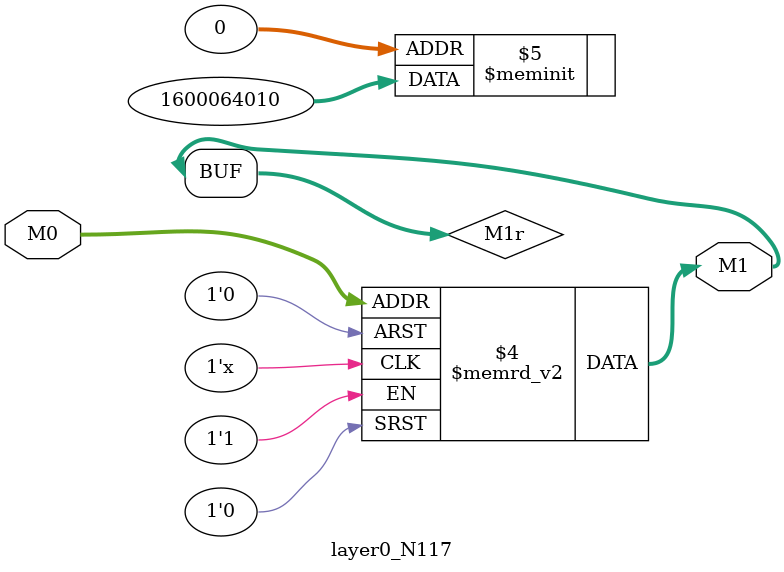
<source format=v>
module layer0_N117 ( input [3:0] M0, output [1:0] M1 );

	(*rom_style = "distributed" *) reg [1:0] M1r;
	assign M1 = M1r;
	always @ (M0) begin
		case (M0)
			4'b0000: M1r = 2'b10;
			4'b1000: M1r = 2'b11;
			4'b0100: M1r = 2'b10;
			4'b1100: M1r = 2'b11;
			4'b0010: M1r = 2'b00;
			4'b1010: M1r = 2'b01;
			4'b0110: M1r = 2'b00;
			4'b1110: M1r = 2'b01;
			4'b0001: M1r = 2'b10;
			4'b1001: M1r = 2'b11;
			4'b0101: M1r = 2'b10;
			4'b1101: M1r = 2'b11;
			4'b0011: M1r = 2'b00;
			4'b1011: M1r = 2'b01;
			4'b0111: M1r = 2'b00;
			4'b1111: M1r = 2'b01;

		endcase
	end
endmodule

</source>
